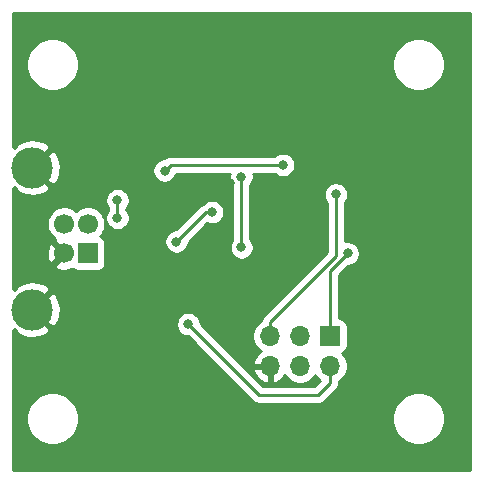
<source format=gbr>
G04 #@! TF.GenerationSoftware,KiCad,Pcbnew,(5.1.5-0-10_14)*
G04 #@! TF.CreationDate,2020-04-18T12:09:05+12:00*
G04 #@! TF.ProjectId,ZapierStompBox,5a617069-6572-4537-946f-6d70426f782e,rev?*
G04 #@! TF.SameCoordinates,Original*
G04 #@! TF.FileFunction,Copper,L2,Bot*
G04 #@! TF.FilePolarity,Positive*
%FSLAX46Y46*%
G04 Gerber Fmt 4.6, Leading zero omitted, Abs format (unit mm)*
G04 Created by KiCad (PCBNEW (5.1.5-0-10_14)) date 2020-04-18 12:09:05*
%MOMM*%
%LPD*%
G04 APERTURE LIST*
%ADD10R,1.700000X1.700000*%
%ADD11C,1.700000*%
%ADD12C,3.500000*%
%ADD13O,1.700000X1.700000*%
%ADD14C,0.500000*%
%ADD15C,0.100000*%
%ADD16C,0.800000*%
%ADD17C,0.250000*%
%ADD18C,4.000000*%
%ADD19C,0.254000*%
G04 APERTURE END LIST*
D10*
X372000000Y64000000D03*
D11*
X372000000Y66500000D03*
X370000000Y66500000D03*
X370000000Y64000000D03*
D12*
X367290000Y59230000D03*
X367290000Y71270000D03*
D10*
X392500000Y57000000D03*
D13*
X392500000Y54460000D03*
X389960000Y57000000D03*
X389960000Y54460000D03*
X387420000Y57000000D03*
X387420000Y54460000D03*
D14*
X388000000Y68500000D03*
X389000000Y68500000D03*
X390000000Y68500000D03*
X388000000Y67500000D03*
X389000000Y67500000D03*
X390000000Y67500000D03*
X388000000Y66500000D03*
X389000000Y66500000D03*
X390000000Y66500000D03*
G04 #@! TA.AperFunction,Conductor*
D15*
G36*
X390024504Y68748796D02*
G01*
X390048773Y68745196D01*
X390072571Y68739235D01*
X390095671Y68730970D01*
X390117849Y68720480D01*
X390138893Y68707867D01*
X390158598Y68693253D01*
X390176777Y68676777D01*
X390193253Y68658598D01*
X390207867Y68638893D01*
X390220480Y68617849D01*
X390230970Y68595671D01*
X390239235Y68572571D01*
X390245196Y68548773D01*
X390248796Y68524504D01*
X390250000Y68500000D01*
X390250000Y66500000D01*
X390248796Y66475496D01*
X390245196Y66451227D01*
X390239235Y66427429D01*
X390230970Y66404329D01*
X390220480Y66382151D01*
X390207867Y66361107D01*
X390193253Y66341402D01*
X390176777Y66323223D01*
X390158598Y66306747D01*
X390138893Y66292133D01*
X390117849Y66279520D01*
X390095671Y66269030D01*
X390072571Y66260765D01*
X390048773Y66254804D01*
X390024504Y66251204D01*
X390000000Y66250000D01*
X388000000Y66250000D01*
X387975496Y66251204D01*
X387951227Y66254804D01*
X387927429Y66260765D01*
X387904329Y66269030D01*
X387882151Y66279520D01*
X387861107Y66292133D01*
X387841402Y66306747D01*
X387823223Y66323223D01*
X387806747Y66341402D01*
X387792133Y66361107D01*
X387779520Y66382151D01*
X387769030Y66404329D01*
X387760765Y66427429D01*
X387754804Y66451227D01*
X387751204Y66475496D01*
X387750000Y66500000D01*
X387750000Y68500000D01*
X387751204Y68524504D01*
X387754804Y68548773D01*
X387760765Y68572571D01*
X387769030Y68595671D01*
X387779520Y68617849D01*
X387792133Y68638893D01*
X387806747Y68658598D01*
X387823223Y68676777D01*
X387841402Y68693253D01*
X387861107Y68707867D01*
X387882151Y68720480D01*
X387904329Y68730970D01*
X387927429Y68739235D01*
X387951227Y68745196D01*
X387975496Y68748796D01*
X388000000Y68750000D01*
X390000000Y68750000D01*
X390024504Y68748796D01*
G37*
G04 #@! TD.AperFunction*
D16*
X393000000Y69000000D03*
X394000000Y64000000D03*
X375500000Y57500000D03*
X383000000Y72500000D03*
X388000000Y74000000D03*
X383500000Y63000000D03*
X384000000Y70000000D03*
X375497837Y61625010D03*
X379500000Y65000000D03*
X382500000Y67500000D03*
X385000000Y64500000D03*
X385000000Y70500000D03*
X380500000Y58000000D03*
X374500000Y67000000D03*
X374500000Y68500000D03*
X378500000Y71000000D03*
X388500000Y71500000D03*
D17*
X393000000Y63782081D02*
X393000000Y68434315D01*
X387420000Y57000000D02*
X387420000Y58202081D01*
X387420000Y58202081D02*
X393000000Y63782081D01*
X393000000Y68434315D02*
X393000000Y69000000D01*
X392500000Y62500000D02*
X394000000Y64000000D01*
X392500000Y57000000D02*
X392500000Y62500000D01*
X384500000Y74000000D02*
X388000000Y74000000D01*
X383000000Y72500000D02*
X384500000Y74000000D01*
X384000000Y63500000D02*
X384000000Y70000000D01*
X383500000Y63000000D02*
X384000000Y63500000D01*
X375500000Y57500000D02*
X375500000Y61622847D01*
X375500000Y61622847D02*
X375497837Y61625010D01*
D18*
X389000000Y68500000D02*
X389000000Y65000000D01*
D17*
X382000000Y67500000D02*
X382500000Y67500000D01*
X379500000Y65000000D02*
X382000000Y67500000D01*
X385000000Y64500000D02*
X385000000Y70500000D01*
X392500000Y54460000D02*
X392500000Y53000000D01*
X392500000Y53000000D02*
X391500000Y52000000D01*
X386500000Y52000000D02*
X380500000Y58000000D01*
X391500000Y52000000D02*
X386500000Y52000000D01*
X374500000Y67000000D02*
X374500000Y68500000D01*
X378500000Y71000000D02*
X379000000Y71500000D01*
X379000000Y71500000D02*
X388500000Y71500000D01*
D19*
G36*
X404340001Y45660000D02*
G01*
X365660000Y45660000D01*
X365660000Y50220128D01*
X366765000Y50220128D01*
X366765000Y49779872D01*
X366850890Y49348075D01*
X367019369Y48941331D01*
X367263962Y48575271D01*
X367575271Y48263962D01*
X367941331Y48019369D01*
X368348075Y47850890D01*
X368779872Y47765000D01*
X369220128Y47765000D01*
X369651925Y47850890D01*
X370058669Y48019369D01*
X370424729Y48263962D01*
X370736038Y48575271D01*
X370980631Y48941331D01*
X371149110Y49348075D01*
X371235000Y49779872D01*
X371235000Y50220128D01*
X397765000Y50220128D01*
X397765000Y49779872D01*
X397850890Y49348075D01*
X398019369Y48941331D01*
X398263962Y48575271D01*
X398575271Y48263962D01*
X398941331Y48019369D01*
X399348075Y47850890D01*
X399779872Y47765000D01*
X400220128Y47765000D01*
X400651925Y47850890D01*
X401058669Y48019369D01*
X401424729Y48263962D01*
X401736038Y48575271D01*
X401980631Y48941331D01*
X402149110Y49348075D01*
X402235000Y49779872D01*
X402235000Y50220128D01*
X402149110Y50651925D01*
X401980631Y51058669D01*
X401736038Y51424729D01*
X401424729Y51736038D01*
X401058669Y51980631D01*
X400651925Y52149110D01*
X400220128Y52235000D01*
X399779872Y52235000D01*
X399348075Y52149110D01*
X398941331Y51980631D01*
X398575271Y51736038D01*
X398263962Y51424729D01*
X398019369Y51058669D01*
X397850890Y50651925D01*
X397765000Y50220128D01*
X371235000Y50220128D01*
X371149110Y50651925D01*
X370980631Y51058669D01*
X370736038Y51424729D01*
X370424729Y51736038D01*
X370058669Y51980631D01*
X369651925Y52149110D01*
X369220128Y52235000D01*
X368779872Y52235000D01*
X368348075Y52149110D01*
X367941331Y51980631D01*
X367575271Y51736038D01*
X367263962Y51424729D01*
X367019369Y51058669D01*
X366850890Y50651925D01*
X366765000Y50220128D01*
X365660000Y50220128D01*
X365660000Y57471650D01*
X365685629Y57446021D01*
X365799998Y57560390D01*
X365986073Y57219234D01*
X366403409Y57003487D01*
X366854815Y56873304D01*
X367322946Y56833687D01*
X367789811Y56886158D01*
X368237468Y57028703D01*
X368593927Y57219234D01*
X368780003Y57560391D01*
X367290000Y59050395D01*
X367275858Y59036252D01*
X367096252Y59215858D01*
X367110395Y59230000D01*
X367469605Y59230000D01*
X368959609Y57739997D01*
X369300766Y57926073D01*
X369391682Y58101939D01*
X379465000Y58101939D01*
X379465000Y57898061D01*
X379504774Y57698102D01*
X379582795Y57509744D01*
X379696063Y57340226D01*
X379840226Y57196063D01*
X380009744Y57082795D01*
X380198102Y57004774D01*
X380398061Y56965000D01*
X380460199Y56965000D01*
X385936205Y51488992D01*
X385959999Y51459999D01*
X385988992Y51436205D01*
X385988996Y51436201D01*
X386059685Y51378189D01*
X386075724Y51365026D01*
X386207753Y51294454D01*
X386351014Y51250997D01*
X386462667Y51240000D01*
X386462676Y51240000D01*
X386499999Y51236324D01*
X386537322Y51240000D01*
X391462678Y51240000D01*
X391500000Y51236324D01*
X391537322Y51240000D01*
X391537333Y51240000D01*
X391648986Y51250997D01*
X391792247Y51294454D01*
X391924276Y51365026D01*
X392040001Y51459999D01*
X392063804Y51489002D01*
X393011003Y52436201D01*
X393040001Y52459999D01*
X393134974Y52575724D01*
X393205546Y52707753D01*
X393249003Y52851014D01*
X393260000Y52962667D01*
X393263677Y53000000D01*
X393260000Y53037333D01*
X393260000Y53181822D01*
X393446632Y53306525D01*
X393653475Y53513368D01*
X393815990Y53756589D01*
X393927932Y54026842D01*
X393985000Y54313740D01*
X393985000Y54606260D01*
X393927932Y54893158D01*
X393815990Y55163411D01*
X393653475Y55406632D01*
X393521620Y55538487D01*
X393594180Y55560498D01*
X393704494Y55619463D01*
X393801185Y55698815D01*
X393880537Y55795506D01*
X393939502Y55905820D01*
X393975812Y56025518D01*
X393988072Y56150000D01*
X393988072Y57850000D01*
X393975812Y57974482D01*
X393939502Y58094180D01*
X393880537Y58204494D01*
X393801185Y58301185D01*
X393704494Y58380537D01*
X393594180Y58439502D01*
X393474482Y58475812D01*
X393350000Y58488072D01*
X393260000Y58488072D01*
X393260000Y62185199D01*
X394039802Y62965000D01*
X394101939Y62965000D01*
X394301898Y63004774D01*
X394490256Y63082795D01*
X394659774Y63196063D01*
X394803937Y63340226D01*
X394917205Y63509744D01*
X394995226Y63698102D01*
X395035000Y63898061D01*
X395035000Y64101939D01*
X394995226Y64301898D01*
X394917205Y64490256D01*
X394803937Y64659774D01*
X394659774Y64803937D01*
X394490256Y64917205D01*
X394301898Y64995226D01*
X394101939Y65035000D01*
X393898061Y65035000D01*
X393760000Y65007538D01*
X393760000Y68296289D01*
X393803937Y68340226D01*
X393917205Y68509744D01*
X393995226Y68698102D01*
X394035000Y68898061D01*
X394035000Y69101939D01*
X393995226Y69301898D01*
X393917205Y69490256D01*
X393803937Y69659774D01*
X393659774Y69803937D01*
X393490256Y69917205D01*
X393301898Y69995226D01*
X393101939Y70035000D01*
X392898061Y70035000D01*
X392698102Y69995226D01*
X392509744Y69917205D01*
X392340226Y69803937D01*
X392196063Y69659774D01*
X392082795Y69490256D01*
X392004774Y69301898D01*
X391965000Y69101939D01*
X391965000Y68898061D01*
X392004774Y68698102D01*
X392082795Y68509744D01*
X392196063Y68340226D01*
X392240001Y68296288D01*
X392240000Y64096883D01*
X386908998Y58765880D01*
X386880000Y58742082D01*
X386856202Y58713084D01*
X386856201Y58713083D01*
X386785026Y58626357D01*
X386714454Y58494327D01*
X386712557Y58488072D01*
X386679938Y58380537D01*
X386670998Y58351066D01*
X386664088Y58280910D01*
X386473368Y58153475D01*
X386266525Y57946632D01*
X386104010Y57703411D01*
X385992068Y57433158D01*
X385935000Y57146260D01*
X385935000Y56853740D01*
X385992068Y56566842D01*
X386104010Y56296589D01*
X386266525Y56053368D01*
X386473368Y55846525D01*
X386649406Y55728900D01*
X386419731Y55557588D01*
X386224822Y55341355D01*
X386075843Y55091252D01*
X385978519Y54816891D01*
X386099186Y54587000D01*
X387293000Y54587000D01*
X387293000Y54607000D01*
X387547000Y54607000D01*
X387547000Y54587000D01*
X387567000Y54587000D01*
X387567000Y54333000D01*
X387547000Y54333000D01*
X387547000Y53139845D01*
X387776890Y53018524D01*
X387924099Y53063175D01*
X388186920Y53188359D01*
X388420269Y53362412D01*
X388615178Y53578645D01*
X388684805Y53695534D01*
X388806525Y53513368D01*
X389013368Y53306525D01*
X389256589Y53144010D01*
X389526842Y53032068D01*
X389813740Y52975000D01*
X390106260Y52975000D01*
X390393158Y53032068D01*
X390663411Y53144010D01*
X390906632Y53306525D01*
X391113475Y53513368D01*
X391230000Y53687760D01*
X391346525Y53513368D01*
X391553368Y53306525D01*
X391660284Y53235086D01*
X391185199Y52760000D01*
X386814803Y52760000D01*
X385471694Y54103109D01*
X385978519Y54103109D01*
X386075843Y53828748D01*
X386224822Y53578645D01*
X386419731Y53362412D01*
X386653080Y53188359D01*
X386915901Y53063175D01*
X387063110Y53018524D01*
X387293000Y53139845D01*
X387293000Y54333000D01*
X386099186Y54333000D01*
X385978519Y54103109D01*
X385471694Y54103109D01*
X381535000Y58039801D01*
X381535000Y58101939D01*
X381495226Y58301898D01*
X381417205Y58490256D01*
X381303937Y58659774D01*
X381159774Y58803937D01*
X380990256Y58917205D01*
X380801898Y58995226D01*
X380601939Y59035000D01*
X380398061Y59035000D01*
X380198102Y58995226D01*
X380009744Y58917205D01*
X379840226Y58803937D01*
X379696063Y58659774D01*
X379582795Y58490256D01*
X379504774Y58301898D01*
X379465000Y58101939D01*
X369391682Y58101939D01*
X369516513Y58343409D01*
X369646696Y58794815D01*
X369686313Y59262946D01*
X369633842Y59729811D01*
X369491297Y60177468D01*
X369300766Y60533927D01*
X368959609Y60720003D01*
X367469605Y59230000D01*
X367110395Y59230000D01*
X367096252Y59244142D01*
X367275858Y59423748D01*
X367290000Y59409605D01*
X368780003Y60899609D01*
X368593927Y61240766D01*
X368176591Y61456513D01*
X367725185Y61586696D01*
X367257054Y61626313D01*
X366790189Y61573842D01*
X366342532Y61431297D01*
X365986073Y61240766D01*
X365799998Y60899610D01*
X365685629Y61013979D01*
X365660000Y60988350D01*
X365660000Y63931469D01*
X368509389Y63931469D01*
X368551401Y63641981D01*
X368649081Y63366253D01*
X368722528Y63228843D01*
X368971603Y63151208D01*
X369820395Y64000000D01*
X368971603Y64848792D01*
X368722528Y64771157D01*
X368596629Y64507117D01*
X368524661Y64223589D01*
X368509389Y63931469D01*
X365660000Y63931469D01*
X365660000Y66646260D01*
X368515000Y66646260D01*
X368515000Y66353740D01*
X368572068Y66066842D01*
X368684010Y65796589D01*
X368846525Y65553368D01*
X369053368Y65346525D01*
X369216410Y65237584D01*
X369151208Y65028397D01*
X370000000Y64179605D01*
X370014143Y64193748D01*
X370193748Y64014143D01*
X370179605Y64000000D01*
X370193748Y63985858D01*
X370014143Y63806253D01*
X370000000Y63820395D01*
X369151208Y62971603D01*
X369228843Y62722528D01*
X369492883Y62596629D01*
X369776411Y62524661D01*
X370068531Y62509389D01*
X370358019Y62551401D01*
X370633747Y62649081D01*
X370709850Y62689759D01*
X370795506Y62619463D01*
X370905820Y62560498D01*
X371025518Y62524188D01*
X371150000Y62511928D01*
X372850000Y62511928D01*
X372974482Y62524188D01*
X373094180Y62560498D01*
X373204494Y62619463D01*
X373301185Y62698815D01*
X373380537Y62795506D01*
X373439502Y62905820D01*
X373475812Y63025518D01*
X373488072Y63150000D01*
X373488072Y64850000D01*
X373475812Y64974482D01*
X373439502Y65094180D01*
X373435355Y65101939D01*
X378465000Y65101939D01*
X378465000Y64898061D01*
X378504774Y64698102D01*
X378582795Y64509744D01*
X378696063Y64340226D01*
X378840226Y64196063D01*
X379009744Y64082795D01*
X379198102Y64004774D01*
X379398061Y63965000D01*
X379601939Y63965000D01*
X379801898Y64004774D01*
X379990256Y64082795D01*
X380159774Y64196063D01*
X380303937Y64340226D01*
X380417205Y64509744D01*
X380495226Y64698102D01*
X380535000Y64898061D01*
X380535000Y64960199D01*
X382114292Y66539490D01*
X382198102Y66504774D01*
X382398061Y66465000D01*
X382601939Y66465000D01*
X382801898Y66504774D01*
X382990256Y66582795D01*
X383159774Y66696063D01*
X383303937Y66840226D01*
X383417205Y67009744D01*
X383495226Y67198102D01*
X383535000Y67398061D01*
X383535000Y67601939D01*
X383495226Y67801898D01*
X383417205Y67990256D01*
X383303937Y68159774D01*
X383159774Y68303937D01*
X382990256Y68417205D01*
X382801898Y68495226D01*
X382601939Y68535000D01*
X382398061Y68535000D01*
X382198102Y68495226D01*
X382009744Y68417205D01*
X381840226Y68303937D01*
X381756675Y68220386D01*
X381707753Y68205546D01*
X381575723Y68134974D01*
X381492083Y68066332D01*
X381459999Y68040001D01*
X381436201Y68011003D01*
X379460199Y66035000D01*
X379398061Y66035000D01*
X379198102Y65995226D01*
X379009744Y65917205D01*
X378840226Y65803937D01*
X378696063Y65659774D01*
X378582795Y65490256D01*
X378504774Y65301898D01*
X378465000Y65101939D01*
X373435355Y65101939D01*
X373380537Y65204494D01*
X373301185Y65301185D01*
X373204494Y65380537D01*
X373094180Y65439502D01*
X373052310Y65452203D01*
X373153475Y65553368D01*
X373315990Y65796589D01*
X373427932Y66066842D01*
X373485000Y66353740D01*
X373485000Y66646260D01*
X373427932Y66933158D01*
X373315990Y67203411D01*
X373153475Y67446632D01*
X372946632Y67653475D01*
X372703411Y67815990D01*
X372433158Y67927932D01*
X372146260Y67985000D01*
X371853740Y67985000D01*
X371566842Y67927932D01*
X371296589Y67815990D01*
X371053368Y67653475D01*
X371000000Y67600107D01*
X370946632Y67653475D01*
X370703411Y67815990D01*
X370433158Y67927932D01*
X370146260Y67985000D01*
X369853740Y67985000D01*
X369566842Y67927932D01*
X369296589Y67815990D01*
X369053368Y67653475D01*
X368846525Y67446632D01*
X368684010Y67203411D01*
X368572068Y66933158D01*
X368515000Y66646260D01*
X365660000Y66646260D01*
X365660000Y68601939D01*
X373465000Y68601939D01*
X373465000Y68398061D01*
X373504774Y68198102D01*
X373582795Y68009744D01*
X373696063Y67840226D01*
X373740001Y67796288D01*
X373740000Y67703711D01*
X373696063Y67659774D01*
X373582795Y67490256D01*
X373504774Y67301898D01*
X373465000Y67101939D01*
X373465000Y66898061D01*
X373504774Y66698102D01*
X373582795Y66509744D01*
X373696063Y66340226D01*
X373840226Y66196063D01*
X374009744Y66082795D01*
X374198102Y66004774D01*
X374398061Y65965000D01*
X374601939Y65965000D01*
X374801898Y66004774D01*
X374990256Y66082795D01*
X375159774Y66196063D01*
X375303937Y66340226D01*
X375417205Y66509744D01*
X375495226Y66698102D01*
X375535000Y66898061D01*
X375535000Y67101939D01*
X375495226Y67301898D01*
X375417205Y67490256D01*
X375303937Y67659774D01*
X375260000Y67703711D01*
X375260000Y67796289D01*
X375303937Y67840226D01*
X375417205Y68009744D01*
X375495226Y68198102D01*
X375535000Y68398061D01*
X375535000Y68601939D01*
X375495226Y68801898D01*
X375417205Y68990256D01*
X375303937Y69159774D01*
X375159774Y69303937D01*
X374990256Y69417205D01*
X374801898Y69495226D01*
X374601939Y69535000D01*
X374398061Y69535000D01*
X374198102Y69495226D01*
X374009744Y69417205D01*
X373840226Y69303937D01*
X373696063Y69159774D01*
X373582795Y68990256D01*
X373504774Y68801898D01*
X373465000Y68601939D01*
X365660000Y68601939D01*
X365660000Y69511650D01*
X365685629Y69486021D01*
X365799998Y69600390D01*
X365986073Y69259234D01*
X366403409Y69043487D01*
X366854815Y68913304D01*
X367322946Y68873687D01*
X367789811Y68926158D01*
X368237468Y69068703D01*
X368593927Y69259234D01*
X368780003Y69600391D01*
X367290000Y71090395D01*
X367275858Y71076252D01*
X367096252Y71255858D01*
X367110395Y71270000D01*
X367469605Y71270000D01*
X368959609Y69779997D01*
X369300766Y69966073D01*
X369516513Y70383409D01*
X369646696Y70834815D01*
X369669302Y71101939D01*
X377465000Y71101939D01*
X377465000Y70898061D01*
X377504774Y70698102D01*
X377582795Y70509744D01*
X377696063Y70340226D01*
X377840226Y70196063D01*
X378009744Y70082795D01*
X378198102Y70004774D01*
X378398061Y69965000D01*
X378601939Y69965000D01*
X378801898Y70004774D01*
X378990256Y70082795D01*
X379159774Y70196063D01*
X379303937Y70340226D01*
X379417205Y70509744D01*
X379495226Y70698102D01*
X379503560Y70740000D01*
X383992462Y70740000D01*
X383965000Y70601939D01*
X383965000Y70398061D01*
X384004774Y70198102D01*
X384082795Y70009744D01*
X384196063Y69840226D01*
X384240001Y69796288D01*
X384240000Y65203711D01*
X384196063Y65159774D01*
X384082795Y64990256D01*
X384004774Y64801898D01*
X383965000Y64601939D01*
X383965000Y64398061D01*
X384004774Y64198102D01*
X384082795Y64009744D01*
X384196063Y63840226D01*
X384340226Y63696063D01*
X384509744Y63582795D01*
X384698102Y63504774D01*
X384898061Y63465000D01*
X385101939Y63465000D01*
X385301898Y63504774D01*
X385490256Y63582795D01*
X385659774Y63696063D01*
X385803937Y63840226D01*
X385917205Y64009744D01*
X385995226Y64198102D01*
X386035000Y64398061D01*
X386035000Y64601939D01*
X385995226Y64801898D01*
X385917205Y64990256D01*
X385803937Y65159774D01*
X385760000Y65203711D01*
X385760000Y68500000D01*
X387111928Y68500000D01*
X387111928Y66500000D01*
X387115000Y66468809D01*
X387115000Y66412835D01*
X387125920Y66357936D01*
X387128992Y66326746D01*
X387138090Y66296754D01*
X387149010Y66241855D01*
X387170430Y66190143D01*
X387179528Y66160150D01*
X387194302Y66132509D01*
X387215723Y66080795D01*
X387246822Y66034253D01*
X387261595Y66006614D01*
X387281477Y65982387D01*
X387312576Y65935845D01*
X387352153Y65896268D01*
X387372038Y65872038D01*
X387396268Y65852153D01*
X387435845Y65812576D01*
X387482387Y65781477D01*
X387506614Y65761595D01*
X387534253Y65746822D01*
X387580795Y65715723D01*
X387632509Y65694302D01*
X387660150Y65679528D01*
X387690143Y65670430D01*
X387741855Y65649010D01*
X387796754Y65638090D01*
X387826746Y65628992D01*
X387857936Y65625920D01*
X387912835Y65615000D01*
X387968809Y65615000D01*
X388000000Y65611928D01*
X390000000Y65611928D01*
X390031191Y65615000D01*
X390087165Y65615000D01*
X390142064Y65625920D01*
X390173254Y65628992D01*
X390203246Y65638090D01*
X390258145Y65649010D01*
X390309857Y65670430D01*
X390339850Y65679528D01*
X390367491Y65694302D01*
X390419205Y65715723D01*
X390465747Y65746822D01*
X390493386Y65761595D01*
X390517613Y65781477D01*
X390564155Y65812576D01*
X390603732Y65852153D01*
X390627962Y65872038D01*
X390647847Y65896268D01*
X390687424Y65935845D01*
X390718523Y65982387D01*
X390738405Y66006614D01*
X390753178Y66034253D01*
X390784277Y66080795D01*
X390805698Y66132509D01*
X390820472Y66160150D01*
X390829570Y66190143D01*
X390850990Y66241855D01*
X390861910Y66296754D01*
X390871008Y66326746D01*
X390874080Y66357936D01*
X390885000Y66412835D01*
X390885000Y66468809D01*
X390888072Y66500000D01*
X390888072Y68500000D01*
X390885000Y68531191D01*
X390885000Y68587165D01*
X390874080Y68642064D01*
X390871008Y68673254D01*
X390861910Y68703246D01*
X390850990Y68758145D01*
X390829570Y68809857D01*
X390820472Y68839850D01*
X390805698Y68867491D01*
X390784277Y68919205D01*
X390753178Y68965747D01*
X390738405Y68993386D01*
X390718523Y69017613D01*
X390687424Y69064155D01*
X390647847Y69103732D01*
X390627962Y69127962D01*
X390603732Y69147847D01*
X390564155Y69187424D01*
X390517613Y69218523D01*
X390493386Y69238405D01*
X390465747Y69253178D01*
X390419205Y69284277D01*
X390367491Y69305698D01*
X390339850Y69320472D01*
X390309857Y69329570D01*
X390258145Y69350990D01*
X390203246Y69361910D01*
X390173254Y69371008D01*
X390142064Y69374080D01*
X390087165Y69385000D01*
X390031191Y69385000D01*
X390000000Y69388072D01*
X388000000Y69388072D01*
X387968809Y69385000D01*
X387912835Y69385000D01*
X387857936Y69374080D01*
X387826746Y69371008D01*
X387796754Y69361910D01*
X387741855Y69350990D01*
X387690143Y69329570D01*
X387660150Y69320472D01*
X387632509Y69305698D01*
X387580795Y69284277D01*
X387534253Y69253178D01*
X387506614Y69238405D01*
X387482387Y69218523D01*
X387435845Y69187424D01*
X387396268Y69147847D01*
X387372038Y69127962D01*
X387352153Y69103732D01*
X387312576Y69064155D01*
X387281477Y69017613D01*
X387261595Y68993386D01*
X387246822Y68965747D01*
X387215723Y68919205D01*
X387194302Y68867491D01*
X387179528Y68839850D01*
X387170430Y68809857D01*
X387149010Y68758145D01*
X387138090Y68703246D01*
X387128992Y68673254D01*
X387125920Y68642064D01*
X387115000Y68587165D01*
X387115000Y68531191D01*
X387111928Y68500000D01*
X385760000Y68500000D01*
X385760000Y69796289D01*
X385803937Y69840226D01*
X385917205Y70009744D01*
X385995226Y70198102D01*
X386035000Y70398061D01*
X386035000Y70601939D01*
X386007538Y70740000D01*
X387796289Y70740000D01*
X387840226Y70696063D01*
X388009744Y70582795D01*
X388198102Y70504774D01*
X388398061Y70465000D01*
X388601939Y70465000D01*
X388801898Y70504774D01*
X388990256Y70582795D01*
X389159774Y70696063D01*
X389303937Y70840226D01*
X389417205Y71009744D01*
X389495226Y71198102D01*
X389535000Y71398061D01*
X389535000Y71601939D01*
X389495226Y71801898D01*
X389417205Y71990256D01*
X389303937Y72159774D01*
X389159774Y72303937D01*
X388990256Y72417205D01*
X388801898Y72495226D01*
X388601939Y72535000D01*
X388398061Y72535000D01*
X388198102Y72495226D01*
X388009744Y72417205D01*
X387840226Y72303937D01*
X387796289Y72260000D01*
X379037325Y72260000D01*
X379000000Y72263676D01*
X378962675Y72260000D01*
X378962667Y72260000D01*
X378851014Y72249003D01*
X378707753Y72205546D01*
X378575724Y72134974D01*
X378459999Y72040001D01*
X378455895Y72035000D01*
X378398061Y72035000D01*
X378198102Y71995226D01*
X378009744Y71917205D01*
X377840226Y71803937D01*
X377696063Y71659774D01*
X377582795Y71490256D01*
X377504774Y71301898D01*
X377465000Y71101939D01*
X369669302Y71101939D01*
X369686313Y71302946D01*
X369633842Y71769811D01*
X369491297Y72217468D01*
X369300766Y72573927D01*
X368959609Y72760003D01*
X367469605Y71270000D01*
X367110395Y71270000D01*
X367096252Y71284142D01*
X367275858Y71463748D01*
X367290000Y71449605D01*
X368780003Y72939609D01*
X368593927Y73280766D01*
X368176591Y73496513D01*
X367725185Y73626696D01*
X367257054Y73666313D01*
X366790189Y73613842D01*
X366342532Y73471297D01*
X365986073Y73280766D01*
X365799998Y72939610D01*
X365685629Y73053979D01*
X365660000Y73028350D01*
X365660000Y80220128D01*
X366765000Y80220128D01*
X366765000Y79779872D01*
X366850890Y79348075D01*
X367019369Y78941331D01*
X367263962Y78575271D01*
X367575271Y78263962D01*
X367941331Y78019369D01*
X368348075Y77850890D01*
X368779872Y77765000D01*
X369220128Y77765000D01*
X369651925Y77850890D01*
X370058669Y78019369D01*
X370424729Y78263962D01*
X370736038Y78575271D01*
X370980631Y78941331D01*
X371149110Y79348075D01*
X371235000Y79779872D01*
X371235000Y80220128D01*
X397765000Y80220128D01*
X397765000Y79779872D01*
X397850890Y79348075D01*
X398019369Y78941331D01*
X398263962Y78575271D01*
X398575271Y78263962D01*
X398941331Y78019369D01*
X399348075Y77850890D01*
X399779872Y77765000D01*
X400220128Y77765000D01*
X400651925Y77850890D01*
X401058669Y78019369D01*
X401424729Y78263962D01*
X401736038Y78575271D01*
X401980631Y78941331D01*
X402149110Y79348075D01*
X402235000Y79779872D01*
X402235000Y80220128D01*
X402149110Y80651925D01*
X401980631Y81058669D01*
X401736038Y81424729D01*
X401424729Y81736038D01*
X401058669Y81980631D01*
X400651925Y82149110D01*
X400220128Y82235000D01*
X399779872Y82235000D01*
X399348075Y82149110D01*
X398941331Y81980631D01*
X398575271Y81736038D01*
X398263962Y81424729D01*
X398019369Y81058669D01*
X397850890Y80651925D01*
X397765000Y80220128D01*
X371235000Y80220128D01*
X371149110Y80651925D01*
X370980631Y81058669D01*
X370736038Y81424729D01*
X370424729Y81736038D01*
X370058669Y81980631D01*
X369651925Y82149110D01*
X369220128Y82235000D01*
X368779872Y82235000D01*
X368348075Y82149110D01*
X367941331Y81980631D01*
X367575271Y81736038D01*
X367263962Y81424729D01*
X367019369Y81058669D01*
X366850890Y80651925D01*
X366765000Y80220128D01*
X365660000Y80220128D01*
X365660000Y84340000D01*
X404340000Y84340000D01*
X404340001Y45660000D01*
G37*
X404340001Y45660000D02*
X365660000Y45660000D01*
X365660000Y50220128D01*
X366765000Y50220128D01*
X366765000Y49779872D01*
X366850890Y49348075D01*
X367019369Y48941331D01*
X367263962Y48575271D01*
X367575271Y48263962D01*
X367941331Y48019369D01*
X368348075Y47850890D01*
X368779872Y47765000D01*
X369220128Y47765000D01*
X369651925Y47850890D01*
X370058669Y48019369D01*
X370424729Y48263962D01*
X370736038Y48575271D01*
X370980631Y48941331D01*
X371149110Y49348075D01*
X371235000Y49779872D01*
X371235000Y50220128D01*
X397765000Y50220128D01*
X397765000Y49779872D01*
X397850890Y49348075D01*
X398019369Y48941331D01*
X398263962Y48575271D01*
X398575271Y48263962D01*
X398941331Y48019369D01*
X399348075Y47850890D01*
X399779872Y47765000D01*
X400220128Y47765000D01*
X400651925Y47850890D01*
X401058669Y48019369D01*
X401424729Y48263962D01*
X401736038Y48575271D01*
X401980631Y48941331D01*
X402149110Y49348075D01*
X402235000Y49779872D01*
X402235000Y50220128D01*
X402149110Y50651925D01*
X401980631Y51058669D01*
X401736038Y51424729D01*
X401424729Y51736038D01*
X401058669Y51980631D01*
X400651925Y52149110D01*
X400220128Y52235000D01*
X399779872Y52235000D01*
X399348075Y52149110D01*
X398941331Y51980631D01*
X398575271Y51736038D01*
X398263962Y51424729D01*
X398019369Y51058669D01*
X397850890Y50651925D01*
X397765000Y50220128D01*
X371235000Y50220128D01*
X371149110Y50651925D01*
X370980631Y51058669D01*
X370736038Y51424729D01*
X370424729Y51736038D01*
X370058669Y51980631D01*
X369651925Y52149110D01*
X369220128Y52235000D01*
X368779872Y52235000D01*
X368348075Y52149110D01*
X367941331Y51980631D01*
X367575271Y51736038D01*
X367263962Y51424729D01*
X367019369Y51058669D01*
X366850890Y50651925D01*
X366765000Y50220128D01*
X365660000Y50220128D01*
X365660000Y57471650D01*
X365685629Y57446021D01*
X365799998Y57560390D01*
X365986073Y57219234D01*
X366403409Y57003487D01*
X366854815Y56873304D01*
X367322946Y56833687D01*
X367789811Y56886158D01*
X368237468Y57028703D01*
X368593927Y57219234D01*
X368780003Y57560391D01*
X367290000Y59050395D01*
X367275858Y59036252D01*
X367096252Y59215858D01*
X367110395Y59230000D01*
X367469605Y59230000D01*
X368959609Y57739997D01*
X369300766Y57926073D01*
X369391682Y58101939D01*
X379465000Y58101939D01*
X379465000Y57898061D01*
X379504774Y57698102D01*
X379582795Y57509744D01*
X379696063Y57340226D01*
X379840226Y57196063D01*
X380009744Y57082795D01*
X380198102Y57004774D01*
X380398061Y56965000D01*
X380460199Y56965000D01*
X385936205Y51488992D01*
X385959999Y51459999D01*
X385988992Y51436205D01*
X385988996Y51436201D01*
X386059685Y51378189D01*
X386075724Y51365026D01*
X386207753Y51294454D01*
X386351014Y51250997D01*
X386462667Y51240000D01*
X386462676Y51240000D01*
X386499999Y51236324D01*
X386537322Y51240000D01*
X391462678Y51240000D01*
X391500000Y51236324D01*
X391537322Y51240000D01*
X391537333Y51240000D01*
X391648986Y51250997D01*
X391792247Y51294454D01*
X391924276Y51365026D01*
X392040001Y51459999D01*
X392063804Y51489002D01*
X393011003Y52436201D01*
X393040001Y52459999D01*
X393134974Y52575724D01*
X393205546Y52707753D01*
X393249003Y52851014D01*
X393260000Y52962667D01*
X393263677Y53000000D01*
X393260000Y53037333D01*
X393260000Y53181822D01*
X393446632Y53306525D01*
X393653475Y53513368D01*
X393815990Y53756589D01*
X393927932Y54026842D01*
X393985000Y54313740D01*
X393985000Y54606260D01*
X393927932Y54893158D01*
X393815990Y55163411D01*
X393653475Y55406632D01*
X393521620Y55538487D01*
X393594180Y55560498D01*
X393704494Y55619463D01*
X393801185Y55698815D01*
X393880537Y55795506D01*
X393939502Y55905820D01*
X393975812Y56025518D01*
X393988072Y56150000D01*
X393988072Y57850000D01*
X393975812Y57974482D01*
X393939502Y58094180D01*
X393880537Y58204494D01*
X393801185Y58301185D01*
X393704494Y58380537D01*
X393594180Y58439502D01*
X393474482Y58475812D01*
X393350000Y58488072D01*
X393260000Y58488072D01*
X393260000Y62185199D01*
X394039802Y62965000D01*
X394101939Y62965000D01*
X394301898Y63004774D01*
X394490256Y63082795D01*
X394659774Y63196063D01*
X394803937Y63340226D01*
X394917205Y63509744D01*
X394995226Y63698102D01*
X395035000Y63898061D01*
X395035000Y64101939D01*
X394995226Y64301898D01*
X394917205Y64490256D01*
X394803937Y64659774D01*
X394659774Y64803937D01*
X394490256Y64917205D01*
X394301898Y64995226D01*
X394101939Y65035000D01*
X393898061Y65035000D01*
X393760000Y65007538D01*
X393760000Y68296289D01*
X393803937Y68340226D01*
X393917205Y68509744D01*
X393995226Y68698102D01*
X394035000Y68898061D01*
X394035000Y69101939D01*
X393995226Y69301898D01*
X393917205Y69490256D01*
X393803937Y69659774D01*
X393659774Y69803937D01*
X393490256Y69917205D01*
X393301898Y69995226D01*
X393101939Y70035000D01*
X392898061Y70035000D01*
X392698102Y69995226D01*
X392509744Y69917205D01*
X392340226Y69803937D01*
X392196063Y69659774D01*
X392082795Y69490256D01*
X392004774Y69301898D01*
X391965000Y69101939D01*
X391965000Y68898061D01*
X392004774Y68698102D01*
X392082795Y68509744D01*
X392196063Y68340226D01*
X392240001Y68296288D01*
X392240000Y64096883D01*
X386908998Y58765880D01*
X386880000Y58742082D01*
X386856202Y58713084D01*
X386856201Y58713083D01*
X386785026Y58626357D01*
X386714454Y58494327D01*
X386712557Y58488072D01*
X386679938Y58380537D01*
X386670998Y58351066D01*
X386664088Y58280910D01*
X386473368Y58153475D01*
X386266525Y57946632D01*
X386104010Y57703411D01*
X385992068Y57433158D01*
X385935000Y57146260D01*
X385935000Y56853740D01*
X385992068Y56566842D01*
X386104010Y56296589D01*
X386266525Y56053368D01*
X386473368Y55846525D01*
X386649406Y55728900D01*
X386419731Y55557588D01*
X386224822Y55341355D01*
X386075843Y55091252D01*
X385978519Y54816891D01*
X386099186Y54587000D01*
X387293000Y54587000D01*
X387293000Y54607000D01*
X387547000Y54607000D01*
X387547000Y54587000D01*
X387567000Y54587000D01*
X387567000Y54333000D01*
X387547000Y54333000D01*
X387547000Y53139845D01*
X387776890Y53018524D01*
X387924099Y53063175D01*
X388186920Y53188359D01*
X388420269Y53362412D01*
X388615178Y53578645D01*
X388684805Y53695534D01*
X388806525Y53513368D01*
X389013368Y53306525D01*
X389256589Y53144010D01*
X389526842Y53032068D01*
X389813740Y52975000D01*
X390106260Y52975000D01*
X390393158Y53032068D01*
X390663411Y53144010D01*
X390906632Y53306525D01*
X391113475Y53513368D01*
X391230000Y53687760D01*
X391346525Y53513368D01*
X391553368Y53306525D01*
X391660284Y53235086D01*
X391185199Y52760000D01*
X386814803Y52760000D01*
X385471694Y54103109D01*
X385978519Y54103109D01*
X386075843Y53828748D01*
X386224822Y53578645D01*
X386419731Y53362412D01*
X386653080Y53188359D01*
X386915901Y53063175D01*
X387063110Y53018524D01*
X387293000Y53139845D01*
X387293000Y54333000D01*
X386099186Y54333000D01*
X385978519Y54103109D01*
X385471694Y54103109D01*
X381535000Y58039801D01*
X381535000Y58101939D01*
X381495226Y58301898D01*
X381417205Y58490256D01*
X381303937Y58659774D01*
X381159774Y58803937D01*
X380990256Y58917205D01*
X380801898Y58995226D01*
X380601939Y59035000D01*
X380398061Y59035000D01*
X380198102Y58995226D01*
X380009744Y58917205D01*
X379840226Y58803937D01*
X379696063Y58659774D01*
X379582795Y58490256D01*
X379504774Y58301898D01*
X379465000Y58101939D01*
X369391682Y58101939D01*
X369516513Y58343409D01*
X369646696Y58794815D01*
X369686313Y59262946D01*
X369633842Y59729811D01*
X369491297Y60177468D01*
X369300766Y60533927D01*
X368959609Y60720003D01*
X367469605Y59230000D01*
X367110395Y59230000D01*
X367096252Y59244142D01*
X367275858Y59423748D01*
X367290000Y59409605D01*
X368780003Y60899609D01*
X368593927Y61240766D01*
X368176591Y61456513D01*
X367725185Y61586696D01*
X367257054Y61626313D01*
X366790189Y61573842D01*
X366342532Y61431297D01*
X365986073Y61240766D01*
X365799998Y60899610D01*
X365685629Y61013979D01*
X365660000Y60988350D01*
X365660000Y63931469D01*
X368509389Y63931469D01*
X368551401Y63641981D01*
X368649081Y63366253D01*
X368722528Y63228843D01*
X368971603Y63151208D01*
X369820395Y64000000D01*
X368971603Y64848792D01*
X368722528Y64771157D01*
X368596629Y64507117D01*
X368524661Y64223589D01*
X368509389Y63931469D01*
X365660000Y63931469D01*
X365660000Y66646260D01*
X368515000Y66646260D01*
X368515000Y66353740D01*
X368572068Y66066842D01*
X368684010Y65796589D01*
X368846525Y65553368D01*
X369053368Y65346525D01*
X369216410Y65237584D01*
X369151208Y65028397D01*
X370000000Y64179605D01*
X370014143Y64193748D01*
X370193748Y64014143D01*
X370179605Y64000000D01*
X370193748Y63985858D01*
X370014143Y63806253D01*
X370000000Y63820395D01*
X369151208Y62971603D01*
X369228843Y62722528D01*
X369492883Y62596629D01*
X369776411Y62524661D01*
X370068531Y62509389D01*
X370358019Y62551401D01*
X370633747Y62649081D01*
X370709850Y62689759D01*
X370795506Y62619463D01*
X370905820Y62560498D01*
X371025518Y62524188D01*
X371150000Y62511928D01*
X372850000Y62511928D01*
X372974482Y62524188D01*
X373094180Y62560498D01*
X373204494Y62619463D01*
X373301185Y62698815D01*
X373380537Y62795506D01*
X373439502Y62905820D01*
X373475812Y63025518D01*
X373488072Y63150000D01*
X373488072Y64850000D01*
X373475812Y64974482D01*
X373439502Y65094180D01*
X373435355Y65101939D01*
X378465000Y65101939D01*
X378465000Y64898061D01*
X378504774Y64698102D01*
X378582795Y64509744D01*
X378696063Y64340226D01*
X378840226Y64196063D01*
X379009744Y64082795D01*
X379198102Y64004774D01*
X379398061Y63965000D01*
X379601939Y63965000D01*
X379801898Y64004774D01*
X379990256Y64082795D01*
X380159774Y64196063D01*
X380303937Y64340226D01*
X380417205Y64509744D01*
X380495226Y64698102D01*
X380535000Y64898061D01*
X380535000Y64960199D01*
X382114292Y66539490D01*
X382198102Y66504774D01*
X382398061Y66465000D01*
X382601939Y66465000D01*
X382801898Y66504774D01*
X382990256Y66582795D01*
X383159774Y66696063D01*
X383303937Y66840226D01*
X383417205Y67009744D01*
X383495226Y67198102D01*
X383535000Y67398061D01*
X383535000Y67601939D01*
X383495226Y67801898D01*
X383417205Y67990256D01*
X383303937Y68159774D01*
X383159774Y68303937D01*
X382990256Y68417205D01*
X382801898Y68495226D01*
X382601939Y68535000D01*
X382398061Y68535000D01*
X382198102Y68495226D01*
X382009744Y68417205D01*
X381840226Y68303937D01*
X381756675Y68220386D01*
X381707753Y68205546D01*
X381575723Y68134974D01*
X381492083Y68066332D01*
X381459999Y68040001D01*
X381436201Y68011003D01*
X379460199Y66035000D01*
X379398061Y66035000D01*
X379198102Y65995226D01*
X379009744Y65917205D01*
X378840226Y65803937D01*
X378696063Y65659774D01*
X378582795Y65490256D01*
X378504774Y65301898D01*
X378465000Y65101939D01*
X373435355Y65101939D01*
X373380537Y65204494D01*
X373301185Y65301185D01*
X373204494Y65380537D01*
X373094180Y65439502D01*
X373052310Y65452203D01*
X373153475Y65553368D01*
X373315990Y65796589D01*
X373427932Y66066842D01*
X373485000Y66353740D01*
X373485000Y66646260D01*
X373427932Y66933158D01*
X373315990Y67203411D01*
X373153475Y67446632D01*
X372946632Y67653475D01*
X372703411Y67815990D01*
X372433158Y67927932D01*
X372146260Y67985000D01*
X371853740Y67985000D01*
X371566842Y67927932D01*
X371296589Y67815990D01*
X371053368Y67653475D01*
X371000000Y67600107D01*
X370946632Y67653475D01*
X370703411Y67815990D01*
X370433158Y67927932D01*
X370146260Y67985000D01*
X369853740Y67985000D01*
X369566842Y67927932D01*
X369296589Y67815990D01*
X369053368Y67653475D01*
X368846525Y67446632D01*
X368684010Y67203411D01*
X368572068Y66933158D01*
X368515000Y66646260D01*
X365660000Y66646260D01*
X365660000Y68601939D01*
X373465000Y68601939D01*
X373465000Y68398061D01*
X373504774Y68198102D01*
X373582795Y68009744D01*
X373696063Y67840226D01*
X373740001Y67796288D01*
X373740000Y67703711D01*
X373696063Y67659774D01*
X373582795Y67490256D01*
X373504774Y67301898D01*
X373465000Y67101939D01*
X373465000Y66898061D01*
X373504774Y66698102D01*
X373582795Y66509744D01*
X373696063Y66340226D01*
X373840226Y66196063D01*
X374009744Y66082795D01*
X374198102Y66004774D01*
X374398061Y65965000D01*
X374601939Y65965000D01*
X374801898Y66004774D01*
X374990256Y66082795D01*
X375159774Y66196063D01*
X375303937Y66340226D01*
X375417205Y66509744D01*
X375495226Y66698102D01*
X375535000Y66898061D01*
X375535000Y67101939D01*
X375495226Y67301898D01*
X375417205Y67490256D01*
X375303937Y67659774D01*
X375260000Y67703711D01*
X375260000Y67796289D01*
X375303937Y67840226D01*
X375417205Y68009744D01*
X375495226Y68198102D01*
X375535000Y68398061D01*
X375535000Y68601939D01*
X375495226Y68801898D01*
X375417205Y68990256D01*
X375303937Y69159774D01*
X375159774Y69303937D01*
X374990256Y69417205D01*
X374801898Y69495226D01*
X374601939Y69535000D01*
X374398061Y69535000D01*
X374198102Y69495226D01*
X374009744Y69417205D01*
X373840226Y69303937D01*
X373696063Y69159774D01*
X373582795Y68990256D01*
X373504774Y68801898D01*
X373465000Y68601939D01*
X365660000Y68601939D01*
X365660000Y69511650D01*
X365685629Y69486021D01*
X365799998Y69600390D01*
X365986073Y69259234D01*
X366403409Y69043487D01*
X366854815Y68913304D01*
X367322946Y68873687D01*
X367789811Y68926158D01*
X368237468Y69068703D01*
X368593927Y69259234D01*
X368780003Y69600391D01*
X367290000Y71090395D01*
X367275858Y71076252D01*
X367096252Y71255858D01*
X367110395Y71270000D01*
X367469605Y71270000D01*
X368959609Y69779997D01*
X369300766Y69966073D01*
X369516513Y70383409D01*
X369646696Y70834815D01*
X369669302Y71101939D01*
X377465000Y71101939D01*
X377465000Y70898061D01*
X377504774Y70698102D01*
X377582795Y70509744D01*
X377696063Y70340226D01*
X377840226Y70196063D01*
X378009744Y70082795D01*
X378198102Y70004774D01*
X378398061Y69965000D01*
X378601939Y69965000D01*
X378801898Y70004774D01*
X378990256Y70082795D01*
X379159774Y70196063D01*
X379303937Y70340226D01*
X379417205Y70509744D01*
X379495226Y70698102D01*
X379503560Y70740000D01*
X383992462Y70740000D01*
X383965000Y70601939D01*
X383965000Y70398061D01*
X384004774Y70198102D01*
X384082795Y70009744D01*
X384196063Y69840226D01*
X384240001Y69796288D01*
X384240000Y65203711D01*
X384196063Y65159774D01*
X384082795Y64990256D01*
X384004774Y64801898D01*
X383965000Y64601939D01*
X383965000Y64398061D01*
X384004774Y64198102D01*
X384082795Y64009744D01*
X384196063Y63840226D01*
X384340226Y63696063D01*
X384509744Y63582795D01*
X384698102Y63504774D01*
X384898061Y63465000D01*
X385101939Y63465000D01*
X385301898Y63504774D01*
X385490256Y63582795D01*
X385659774Y63696063D01*
X385803937Y63840226D01*
X385917205Y64009744D01*
X385995226Y64198102D01*
X386035000Y64398061D01*
X386035000Y64601939D01*
X385995226Y64801898D01*
X385917205Y64990256D01*
X385803937Y65159774D01*
X385760000Y65203711D01*
X385760000Y68500000D01*
X387111928Y68500000D01*
X387111928Y66500000D01*
X387115000Y66468809D01*
X387115000Y66412835D01*
X387125920Y66357936D01*
X387128992Y66326746D01*
X387138090Y66296754D01*
X387149010Y66241855D01*
X387170430Y66190143D01*
X387179528Y66160150D01*
X387194302Y66132509D01*
X387215723Y66080795D01*
X387246822Y66034253D01*
X387261595Y66006614D01*
X387281477Y65982387D01*
X387312576Y65935845D01*
X387352153Y65896268D01*
X387372038Y65872038D01*
X387396268Y65852153D01*
X387435845Y65812576D01*
X387482387Y65781477D01*
X387506614Y65761595D01*
X387534253Y65746822D01*
X387580795Y65715723D01*
X387632509Y65694302D01*
X387660150Y65679528D01*
X387690143Y65670430D01*
X387741855Y65649010D01*
X387796754Y65638090D01*
X387826746Y65628992D01*
X387857936Y65625920D01*
X387912835Y65615000D01*
X387968809Y65615000D01*
X388000000Y65611928D01*
X390000000Y65611928D01*
X390031191Y65615000D01*
X390087165Y65615000D01*
X390142064Y65625920D01*
X390173254Y65628992D01*
X390203246Y65638090D01*
X390258145Y65649010D01*
X390309857Y65670430D01*
X390339850Y65679528D01*
X390367491Y65694302D01*
X390419205Y65715723D01*
X390465747Y65746822D01*
X390493386Y65761595D01*
X390517613Y65781477D01*
X390564155Y65812576D01*
X390603732Y65852153D01*
X390627962Y65872038D01*
X390647847Y65896268D01*
X390687424Y65935845D01*
X390718523Y65982387D01*
X390738405Y66006614D01*
X390753178Y66034253D01*
X390784277Y66080795D01*
X390805698Y66132509D01*
X390820472Y66160150D01*
X390829570Y66190143D01*
X390850990Y66241855D01*
X390861910Y66296754D01*
X390871008Y66326746D01*
X390874080Y66357936D01*
X390885000Y66412835D01*
X390885000Y66468809D01*
X390888072Y66500000D01*
X390888072Y68500000D01*
X390885000Y68531191D01*
X390885000Y68587165D01*
X390874080Y68642064D01*
X390871008Y68673254D01*
X390861910Y68703246D01*
X390850990Y68758145D01*
X390829570Y68809857D01*
X390820472Y68839850D01*
X390805698Y68867491D01*
X390784277Y68919205D01*
X390753178Y68965747D01*
X390738405Y68993386D01*
X390718523Y69017613D01*
X390687424Y69064155D01*
X390647847Y69103732D01*
X390627962Y69127962D01*
X390603732Y69147847D01*
X390564155Y69187424D01*
X390517613Y69218523D01*
X390493386Y69238405D01*
X390465747Y69253178D01*
X390419205Y69284277D01*
X390367491Y69305698D01*
X390339850Y69320472D01*
X390309857Y69329570D01*
X390258145Y69350990D01*
X390203246Y69361910D01*
X390173254Y69371008D01*
X390142064Y69374080D01*
X390087165Y69385000D01*
X390031191Y69385000D01*
X390000000Y69388072D01*
X388000000Y69388072D01*
X387968809Y69385000D01*
X387912835Y69385000D01*
X387857936Y69374080D01*
X387826746Y69371008D01*
X387796754Y69361910D01*
X387741855Y69350990D01*
X387690143Y69329570D01*
X387660150Y69320472D01*
X387632509Y69305698D01*
X387580795Y69284277D01*
X387534253Y69253178D01*
X387506614Y69238405D01*
X387482387Y69218523D01*
X387435845Y69187424D01*
X387396268Y69147847D01*
X387372038Y69127962D01*
X387352153Y69103732D01*
X387312576Y69064155D01*
X387281477Y69017613D01*
X387261595Y68993386D01*
X387246822Y68965747D01*
X387215723Y68919205D01*
X387194302Y68867491D01*
X387179528Y68839850D01*
X387170430Y68809857D01*
X387149010Y68758145D01*
X387138090Y68703246D01*
X387128992Y68673254D01*
X387125920Y68642064D01*
X387115000Y68587165D01*
X387115000Y68531191D01*
X387111928Y68500000D01*
X385760000Y68500000D01*
X385760000Y69796289D01*
X385803937Y69840226D01*
X385917205Y70009744D01*
X385995226Y70198102D01*
X386035000Y70398061D01*
X386035000Y70601939D01*
X386007538Y70740000D01*
X387796289Y70740000D01*
X387840226Y70696063D01*
X388009744Y70582795D01*
X388198102Y70504774D01*
X388398061Y70465000D01*
X388601939Y70465000D01*
X388801898Y70504774D01*
X388990256Y70582795D01*
X389159774Y70696063D01*
X389303937Y70840226D01*
X389417205Y71009744D01*
X389495226Y71198102D01*
X389535000Y71398061D01*
X389535000Y71601939D01*
X389495226Y71801898D01*
X389417205Y71990256D01*
X389303937Y72159774D01*
X389159774Y72303937D01*
X388990256Y72417205D01*
X388801898Y72495226D01*
X388601939Y72535000D01*
X388398061Y72535000D01*
X388198102Y72495226D01*
X388009744Y72417205D01*
X387840226Y72303937D01*
X387796289Y72260000D01*
X379037325Y72260000D01*
X379000000Y72263676D01*
X378962675Y72260000D01*
X378962667Y72260000D01*
X378851014Y72249003D01*
X378707753Y72205546D01*
X378575724Y72134974D01*
X378459999Y72040001D01*
X378455895Y72035000D01*
X378398061Y72035000D01*
X378198102Y71995226D01*
X378009744Y71917205D01*
X377840226Y71803937D01*
X377696063Y71659774D01*
X377582795Y71490256D01*
X377504774Y71301898D01*
X377465000Y71101939D01*
X369669302Y71101939D01*
X369686313Y71302946D01*
X369633842Y71769811D01*
X369491297Y72217468D01*
X369300766Y72573927D01*
X368959609Y72760003D01*
X367469605Y71270000D01*
X367110395Y71270000D01*
X367096252Y71284142D01*
X367275858Y71463748D01*
X367290000Y71449605D01*
X368780003Y72939609D01*
X368593927Y73280766D01*
X368176591Y73496513D01*
X367725185Y73626696D01*
X367257054Y73666313D01*
X366790189Y73613842D01*
X366342532Y73471297D01*
X365986073Y73280766D01*
X365799998Y72939610D01*
X365685629Y73053979D01*
X365660000Y73028350D01*
X365660000Y80220128D01*
X366765000Y80220128D01*
X366765000Y79779872D01*
X366850890Y79348075D01*
X367019369Y78941331D01*
X367263962Y78575271D01*
X367575271Y78263962D01*
X367941331Y78019369D01*
X368348075Y77850890D01*
X368779872Y77765000D01*
X369220128Y77765000D01*
X369651925Y77850890D01*
X370058669Y78019369D01*
X370424729Y78263962D01*
X370736038Y78575271D01*
X370980631Y78941331D01*
X371149110Y79348075D01*
X371235000Y79779872D01*
X371235000Y80220128D01*
X397765000Y80220128D01*
X397765000Y79779872D01*
X397850890Y79348075D01*
X398019369Y78941331D01*
X398263962Y78575271D01*
X398575271Y78263962D01*
X398941331Y78019369D01*
X399348075Y77850890D01*
X399779872Y77765000D01*
X400220128Y77765000D01*
X400651925Y77850890D01*
X401058669Y78019369D01*
X401424729Y78263962D01*
X401736038Y78575271D01*
X401980631Y78941331D01*
X402149110Y79348075D01*
X402235000Y79779872D01*
X402235000Y80220128D01*
X402149110Y80651925D01*
X401980631Y81058669D01*
X401736038Y81424729D01*
X401424729Y81736038D01*
X401058669Y81980631D01*
X400651925Y82149110D01*
X400220128Y82235000D01*
X399779872Y82235000D01*
X399348075Y82149110D01*
X398941331Y81980631D01*
X398575271Y81736038D01*
X398263962Y81424729D01*
X398019369Y81058669D01*
X397850890Y80651925D01*
X397765000Y80220128D01*
X371235000Y80220128D01*
X371149110Y80651925D01*
X370980631Y81058669D01*
X370736038Y81424729D01*
X370424729Y81736038D01*
X370058669Y81980631D01*
X369651925Y82149110D01*
X369220128Y82235000D01*
X368779872Y82235000D01*
X368348075Y82149110D01*
X367941331Y81980631D01*
X367575271Y81736038D01*
X367263962Y81424729D01*
X367019369Y81058669D01*
X366850890Y80651925D01*
X366765000Y80220128D01*
X365660000Y80220128D01*
X365660000Y84340000D01*
X404340000Y84340000D01*
X404340001Y45660000D01*
M02*

</source>
